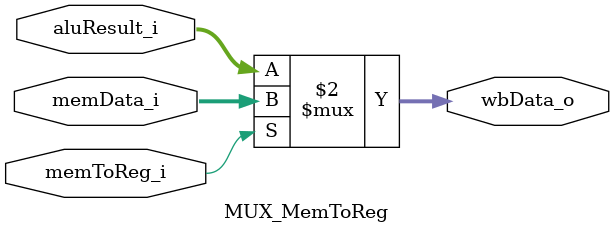
<source format=v>
module MUX_MemToReg
(
    memData_i,
    aluResult_i,
    memToReg_i,
    wbData_o
);

// Interface
input  [31:0] memData_i;
input  [31:0] aluResult_i;
input  [ 0:0] memToReg_i;
output reg [31:0] wbData_o = 0;

// Calculation
always @(*)
begin
    wbData_o = (memToReg_i)? memData_i: aluResult_i;
end


endmodule

</source>
